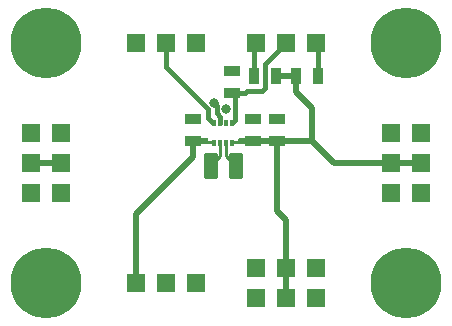
<source format=gbr>
%TF.GenerationSoftware,KiCad,Pcbnew,7.0.5.1-1-g8f565ef7f0-dirty-deb11*%
%TF.CreationDate,2023-07-05T14:49:09+00:00*%
%TF.ProjectId,STEPBUBODC01,53544550-4255-4424-9f44-4330312e6b69,rev?*%
%TF.SameCoordinates,Original*%
%TF.FileFunction,Copper,L2,Bot*%
%TF.FilePolarity,Positive*%
%FSLAX46Y46*%
G04 Gerber Fmt 4.6, Leading zero omitted, Abs format (unit mm)*
G04 Created by KiCad (PCBNEW 7.0.5.1-1-g8f565ef7f0-dirty-deb11) date 2023-07-05 14:49:09*
%MOMM*%
%LPD*%
G01*
G04 APERTURE LIST*
G04 Aperture macros list*
%AMRoundRect*
0 Rectangle with rounded corners*
0 $1 Rounding radius*
0 $2 $3 $4 $5 $6 $7 $8 $9 X,Y pos of 4 corners*
0 Add a 4 corners polygon primitive as box body*
4,1,4,$2,$3,$4,$5,$6,$7,$8,$9,$2,$3,0*
0 Add four circle primitives for the rounded corners*
1,1,$1+$1,$2,$3*
1,1,$1+$1,$4,$5*
1,1,$1+$1,$6,$7*
1,1,$1+$1,$8,$9*
0 Add four rect primitives between the rounded corners*
20,1,$1+$1,$2,$3,$4,$5,0*
20,1,$1+$1,$4,$5,$6,$7,0*
20,1,$1+$1,$6,$7,$8,$9,0*
20,1,$1+$1,$8,$9,$2,$3,0*%
G04 Aperture macros list end*
%TA.AperFunction,ComponentPad*%
%ADD10R,1.524000X1.524000*%
%TD*%
%TA.AperFunction,ComponentPad*%
%ADD11C,6.000000*%
%TD*%
%TA.AperFunction,SMDPad,CuDef*%
%ADD12R,0.889000X1.397000*%
%TD*%
%TA.AperFunction,SMDPad,CuDef*%
%ADD13R,1.397000X0.889000*%
%TD*%
%TA.AperFunction,SMDPad,CuDef*%
%ADD14R,0.300000X0.475000*%
%TD*%
%TA.AperFunction,SMDPad,CuDef*%
%ADD15RoundRect,0.250000X-0.375000X-0.850000X0.375000X-0.850000X0.375000X0.850000X-0.375000X0.850000X0*%
%TD*%
%TA.AperFunction,ViaPad*%
%ADD16C,0.800000*%
%TD*%
%TA.AperFunction,Conductor*%
%ADD17C,0.508000*%
%TD*%
%TA.AperFunction,Conductor*%
%ADD18C,0.250000*%
%TD*%
%TA.AperFunction,Conductor*%
%ADD19C,0.400000*%
%TD*%
G04 APERTURE END LIST*
D10*
%TO.P,J4,1*%
%TO.N,Net-(J4-Pad1)*%
X149860000Y-76200000D03*
%TO.P,J4,2*%
%TO.N,/FB*%
X147320000Y-76200000D03*
%TO.P,J4,3*%
%TO.N,Net-(J4-Pad3)*%
X144780000Y-76200000D03*
%TD*%
%TO.P,J2,1*%
%TO.N,GND*%
X125730000Y-83820000D03*
%TO.P,J2,2*%
X128270000Y-83820000D03*
%TO.P,J2,3*%
%TO.N,Net-(F1-Pad1)*%
X125730000Y-86360000D03*
%TO.P,J2,4*%
X128270000Y-86360000D03*
%TO.P,J2,5*%
%TO.N,GND*%
X125730000Y-88900000D03*
%TO.P,J2,6*%
X128270000Y-88900000D03*
%TD*%
D11*
%TO.P,H3,1,1*%
%TO.N,GND*%
X127000000Y-96520000D03*
%TD*%
%TO.P,H4,1,1*%
%TO.N,GND*%
X157480000Y-76200000D03*
%TD*%
D10*
%TO.P,J1,1*%
%TO.N,GND*%
X139700000Y-76200000D03*
%TO.P,J1,2*%
%TO.N,/en*%
X137160000Y-76200000D03*
%TO.P,J1,3*%
%TO.N,/V_in*%
X134620000Y-76200000D03*
%TD*%
%TO.P,J3,1*%
%TO.N,GND*%
X139700000Y-96520000D03*
%TO.P,J3,2*%
%TO.N,/mod*%
X137160000Y-96520000D03*
%TO.P,J3,3*%
%TO.N,/V_in*%
X134620000Y-96520000D03*
%TD*%
D11*
%TO.P,H2,1,1*%
%TO.N,GND*%
X157480000Y-96520000D03*
%TD*%
D10*
%TO.P,J5,1*%
%TO.N,GND*%
X149860000Y-95250000D03*
%TO.P,J5,2*%
X149860000Y-97790000D03*
%TO.P,J5,3*%
%TO.N,/V_out*%
X147320000Y-95250000D03*
%TO.P,J5,4*%
X147320000Y-97790000D03*
%TO.P,J5,5*%
%TO.N,GND*%
X144780000Y-95250000D03*
%TO.P,J5,6*%
X144780000Y-97790000D03*
%TD*%
D11*
%TO.P,H1,1,1*%
%TO.N,GND*%
X127000000Y-76200000D03*
%TD*%
D10*
%TO.P,J6,1*%
%TO.N,GND*%
X156210000Y-83820000D03*
%TO.P,J6,2*%
X158750000Y-83820000D03*
%TO.P,J6,3*%
%TO.N,/V_out*%
X156210000Y-86360000D03*
%TO.P,J6,4*%
X158750000Y-86360000D03*
%TO.P,J6,5*%
%TO.N,GND*%
X156210000Y-88900000D03*
%TO.P,J6,6*%
X158750000Y-88900000D03*
%TD*%
D12*
%TO.P,R2,1*%
%TO.N,/V_out*%
X146494500Y-78994000D03*
%TO.P,R2,2*%
%TO.N,Net-(J4-Pad3)*%
X144589500Y-78994000D03*
%TD*%
D13*
%TO.P,C3,1*%
%TO.N,/V_out*%
X146558000Y-84518500D03*
%TO.P,C3,2*%
%TO.N,GND*%
X146558000Y-82613500D03*
%TD*%
%TO.P,C2,1*%
%TO.N,/V_out*%
X144526000Y-84518500D03*
%TO.P,C2,2*%
%TO.N,GND*%
X144526000Y-82613500D03*
%TD*%
D14*
%TO.P,U1,1,VOUT*%
%TO.N,/V_out*%
X142736000Y-84658000D03*
%TO.P,U1,2,LX2*%
%TO.N,Net-(L1-Pad2)*%
X142236000Y-84658000D03*
%TO.P,U1,3,LX1*%
%TO.N,Net-(L1-Pad1)*%
X141736000Y-84658000D03*
%TO.P,U1,4,VIN*%
%TO.N,/V_in*%
X141236000Y-84658000D03*
%TO.P,U1,5,EN*%
%TO.N,/en*%
X141236000Y-82982000D03*
%TO.P,U1,6,MODE*%
%TO.N,/mod*%
X141736000Y-82982000D03*
%TO.P,U1,7,GND*%
%TO.N,GND*%
X142236000Y-82982000D03*
%TO.P,U1,8,FB*%
%TO.N,/FB*%
X142736000Y-82982000D03*
%TD*%
D12*
%TO.P,R3,1*%
%TO.N,/V_out*%
X148145500Y-78994000D03*
%TO.P,R3,2*%
%TO.N,Net-(J4-Pad1)*%
X150050500Y-78994000D03*
%TD*%
D13*
%TO.P,C1,1*%
%TO.N,/V_in*%
X139446000Y-84518500D03*
%TO.P,C1,2*%
%TO.N,GND*%
X139446000Y-82613500D03*
%TD*%
%TO.P,R1,1*%
%TO.N,/FB*%
X142748000Y-80454500D03*
%TO.P,R1,2*%
%TO.N,GND*%
X142748000Y-78549500D03*
%TD*%
D15*
%TO.P,L1,1,1*%
%TO.N,Net-(L1-Pad1)*%
X140911000Y-86614000D03*
%TO.P,L1,2,2*%
%TO.N,Net-(L1-Pad2)*%
X143061000Y-86614000D03*
%TD*%
D16*
%TO.N,*%
X142240000Y-81788000D03*
%TO.N,/mod*%
X141228299Y-81275701D03*
%TD*%
D17*
%TO.N,/V_in*%
X139446000Y-85852000D02*
X139446000Y-84518500D01*
X134620000Y-90678000D02*
X139446000Y-85852000D01*
X134620000Y-96520000D02*
X134620000Y-90678000D01*
%TO.N,/V_out*%
X146558000Y-84518500D02*
X146558000Y-90424000D01*
X146558000Y-90424000D02*
X147320000Y-91186000D01*
X156210000Y-86360000D02*
X158750000Y-86360000D01*
D18*
X144386500Y-84658000D02*
X144526000Y-84518500D01*
D17*
X149542500Y-84518500D02*
X149542500Y-81724500D01*
X147320000Y-91186000D02*
X147320000Y-95250000D01*
X149542500Y-84518500D02*
X151384000Y-86360000D01*
X149542500Y-81724500D02*
X148145500Y-80327500D01*
X148145500Y-78994000D02*
X146494500Y-78994000D01*
X147320000Y-95250000D02*
X147320000Y-97790000D01*
X151384000Y-86360000D02*
X156210000Y-86360000D01*
X146558000Y-84518500D02*
X149542500Y-84518500D01*
X148145500Y-80327500D02*
X148145500Y-78994000D01*
D19*
%TO.N,/en*%
X140716000Y-82550000D02*
X140716000Y-81788000D01*
X137160000Y-78232000D02*
X137160000Y-76200000D01*
D18*
X141236000Y-82982000D02*
X141148000Y-82982000D01*
D19*
X140716000Y-81788000D02*
X137160000Y-78232000D01*
X141148000Y-82982000D02*
X140716000Y-82550000D01*
D17*
%TO.N,Net-(F1-Pad1)*%
X128270000Y-86360000D02*
X125730000Y-86360000D01*
D19*
%TO.N,/mod*%
X141736000Y-82444500D02*
X141736000Y-82982000D01*
D18*
X141228299Y-81275701D02*
X141478000Y-81525402D01*
D19*
X141478000Y-81525402D02*
X141478000Y-82186500D01*
X141478000Y-82186500D02*
X141736000Y-82444500D01*
D18*
%TO.N,Net-(J4-Pad1)*%
X150050500Y-76390500D02*
X149860000Y-76200000D01*
D19*
X150050500Y-78994000D02*
X150050500Y-76390500D01*
%TO.N,/FB*%
X143002000Y-82716000D02*
X142736000Y-82982000D01*
D18*
X142748000Y-80454500D02*
X143002000Y-80708500D01*
D19*
X145542000Y-77978000D02*
X145542000Y-80010000D01*
X145288000Y-80264000D02*
X144018000Y-80264000D01*
X145542000Y-80010000D02*
X145288000Y-80264000D01*
X144018000Y-80264000D02*
X143827500Y-80454500D01*
X143002000Y-80708500D02*
X143002000Y-82716000D01*
X143827500Y-80454500D02*
X142748000Y-80454500D01*
X147320000Y-76200000D02*
X145542000Y-77978000D01*
D18*
%TO.N,Net-(J4-Pad3)*%
X144589500Y-76390500D02*
X144780000Y-76200000D01*
D19*
X144589500Y-78994000D02*
X144589500Y-76390500D01*
D18*
%TO.N,Net-(L1-Pad1)*%
X140911000Y-86614000D02*
X141736000Y-85789000D01*
X141736000Y-85789000D02*
X141736000Y-84658000D01*
%TO.N,Net-(L1-Pad2)*%
X142236000Y-85789000D02*
X142236000Y-84658000D01*
X143061000Y-86614000D02*
X142236000Y-85789000D01*
%TD*%
%TA.AperFunction,Conductor*%
%TO.N,/V_out*%
G36*
X146793694Y-84282806D02*
G01*
X146812000Y-84327000D01*
X146812000Y-84710000D01*
X146793694Y-84754194D01*
X146749500Y-84772500D01*
X143434000Y-84772500D01*
X143416806Y-84789694D01*
X143372612Y-84808000D01*
X142703000Y-84808000D01*
X142658806Y-84789694D01*
X142640500Y-84745500D01*
X142640499Y-84570500D01*
X142658805Y-84526306D01*
X142702999Y-84508000D01*
X143279500Y-84508000D01*
X143279500Y-84327000D01*
X143297806Y-84282806D01*
X143342000Y-84264500D01*
X146749500Y-84264500D01*
X146793694Y-84282806D01*
G37*
%TD.AperFunction*%
%TD*%
%TA.AperFunction,Conductor*%
%TO.N,/V_in*%
G36*
X140674194Y-84282806D02*
G01*
X140692500Y-84327000D01*
X140692500Y-84508000D01*
X141269000Y-84508000D01*
X141313194Y-84526306D01*
X141331500Y-84570500D01*
X141331501Y-84745500D01*
X141313195Y-84789694D01*
X141269001Y-84808000D01*
X140599388Y-84808000D01*
X140555194Y-84789694D01*
X140538000Y-84772500D01*
X139254500Y-84772500D01*
X139210306Y-84754194D01*
X139192000Y-84710000D01*
X139192000Y-84327000D01*
X139210306Y-84282806D01*
X139254500Y-84264500D01*
X140630000Y-84264500D01*
X140674194Y-84282806D01*
G37*
%TD.AperFunction*%
%TD*%
M02*

</source>
